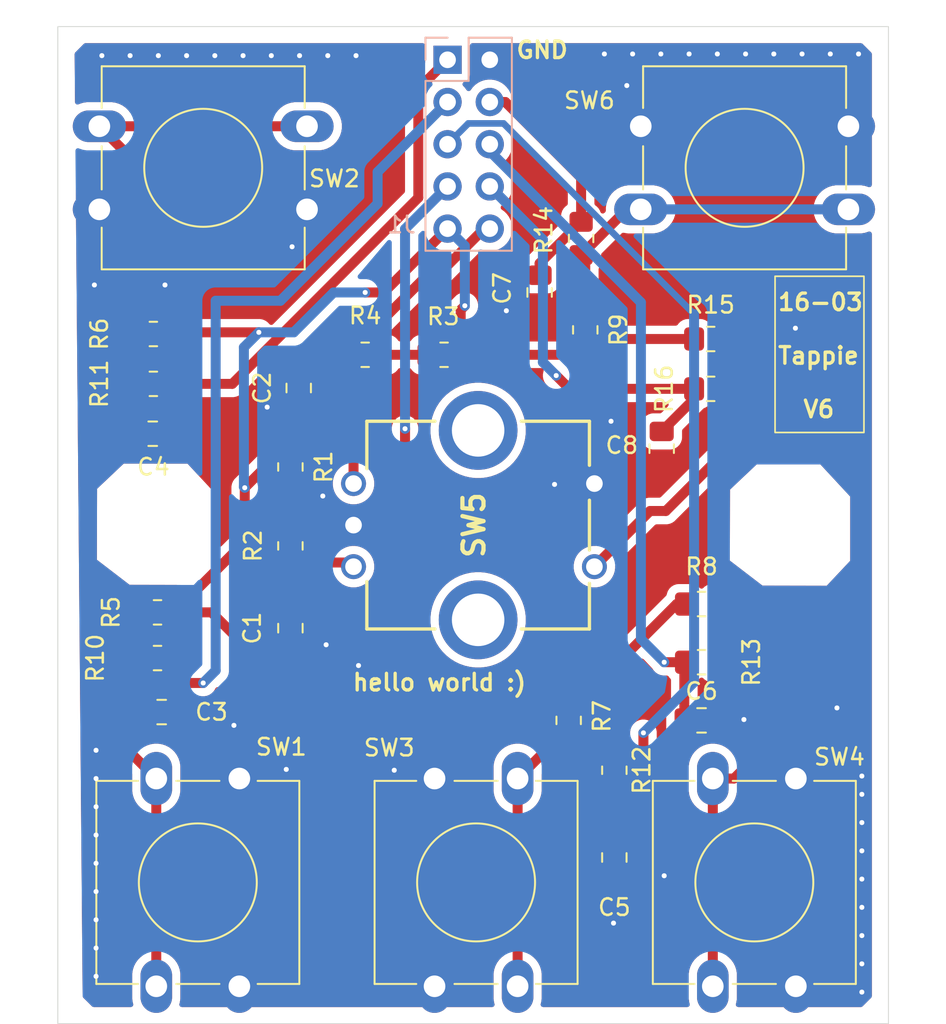
<source format=kicad_pcb>
(kicad_pcb (version 20241229) (generator "pcbnew") (generator_version "9.0")
  (title_block (comment 4 "AISLER Project ID: YIWGWVPE"))
  (layers (0 "F.Cu" signal) (2 "B.Cu" signal) (13 "F.Paste" user) (15 "B.Paste" user) (5 "F.SilkS" user "F.Silkscreen") (7 "B.SilkS" user "B.Silkscreen") (1 "F.Mask" user) (3 "B.Mask" user) (25 "Edge.Cuts" user))
  (net 0 "")
  (net 1 "Net-(R10-Pad1)")
  (net 2 "Net-(R11-Pad1)")
  (net 3 "Net-(R12-Pad1)")
  (net 4 "Net-(R13-Pad1)")
  (net 7 "Net-(R14-Pad1)")
  (net 8 "Net-(R1-Pad2)")
  (net 9 "Net-(R3-Pad2)")
  (net 10 "/5V")
  (net 11 "/GND")
  (net 12 "/SW1 Port")
  (net 13 "/SW2 Port")
  (net 14 "/SW3 Port")
  (net 15 "/SW4 Port")
  (net 16 "/SW6 Port")
  (net 17 "/B1 Port")
  (net 18 "/A1 Port")
  (net 19 "/Encode")
  (net 20 "Net-(SW5-NO)")
  (footprint "Resistor_SMD:R_0805_2012Metric_Pad1.20x1.40mm_HandSolder" (layer "F.Cu") (at 91.8 61.8)
    (property "Reference" "R15" (at 0 -2.05 180) (layer "F.SilkS"))
    (property "Value" "1K")
    (fp_line (start -0.227064 -0.735) (end 0.227064 -0.735) (stroke (width 0.12)) (layer "F.SilkS"))
    (fp_line (start -0.227064 0.735) (end 0.227064 0.735) (stroke (width 0.12)) (layer "F.SilkS"))
    (pad "1" smd roundrect (at -1 0) (size 1.2 1.4) (layers "F.Cu" "F.Mask" "F.Paste") (roundrect_rratio 0.208333) (net 10 "/5V"))
    (pad "2" smd roundrect (at 1 0) (size 1.2 1.4) (layers "F.Cu" "F.Mask" "F.Paste") (roundrect_rratio 0.208333) (net 20 "Net-(SW5-NO)"))
  )
  (footprint "Resistor_SMD:R_0805_2012Metric_Pad1.20x1.40mm_HandSolder" (layer "F.Cu") (at 91.25 77.75)
    (property "Reference" "R8" (at 0 -2.25 0) (layer "F.SilkS"))
    (property "Value" "1K")
    (fp_line (start -0.227064 -0.735) (end 0.227064 -0.735) (stroke (width 0.12)) (layer "F.SilkS"))
    (fp_line (start -0.227064 0.735) (end 0.227064 0.735) (stroke (width 0.12)) (layer "F.SilkS"))
    (pad "1" smd roundrect (at -1 0) (size 1.2 1.4) (layers "F.Cu" "F.Mask" "F.Paste") (roundrect_rratio 0.208333) (net 10 "/5V"))
    (pad "2" smd roundrect (at 1 0) (size 1.2 1.4) (layers "F.Cu" "F.Mask" "F.Paste") (roundrect_rratio 0.208333) (net 4 "Net-(R13-Pad1)"))
  )
  (footprint "Resistor_SMD:R_0805_2012Metric_Pad1.20x1.40mm_HandSolder" (layer "F.Cu") (at 66.5 74.25 -90)
    (property "Reference" "R2" (at 0 2.25 90) (layer "F.SilkS"))
    (property "Value" "10K")
    (fp_line (start -0.227064 0.735) (end 0.227064 0.735) (stroke (width 0.12)) (layer "F.SilkS"))
    (fp_line (start -0.227064 -0.735) (end 0.227064 -0.735) (stroke (width 0.12)) (layer "F.SilkS"))
    (pad "1" smd roundrect (at -1 0 270) (size 1.2 1.4) (layers "F.Cu" "F.Mask" "F.Paste") (roundrect_rratio 0.208333) (net 8 "Net-(R1-Pad2)"))
    (pad "2" smd roundrect (at 1 0 270) (size 1.2 1.4) (layers "F.Cu" "F.Mask" "F.Paste") (roundrect_rratio 0.208333) (net 17 "/B1 Port"))
  )
  (footprint "MountingHole:MountingHole_3.2mm_M3" (layer "F.Cu") (at 58.5 73)
    (property "Reference" "REF**" (hide yes))
    (property "Value" "MountingHole_3.2mm_M3")
    (pad "" np_thru_hole circle (at 0 0) (size 3.2 3.2) (drill 3.2) (layers "*.Cu" "*.Mask"))
  )
  (footprint "Resistor_SMD:R_0805_2012Metric_Pad1.20x1.40mm_HandSolder" (layer "F.Cu") (at 58.5 81)
    (property "Reference" "R10" (at -3.75 0 90) (layer "F.SilkS"))
    (property "Value" "10K")
    (fp_line (start -0.227064 -0.735) (end 0.227064 -0.735) (stroke (width 0.12)) (layer "F.SilkS"))
    (fp_line (start -0.227064 0.735) (end 0.227064 0.735) (stroke (width 0.12)) (layer "F.SilkS"))
    (pad "1" smd roundrect (at -1 0) (size 1.2 1.4) (layers "F.Cu" "F.Mask" "F.Paste") (roundrect_rratio 0.208333) (net 1 "Net-(R10-Pad1)"))
    (pad "2" smd roundrect (at 1 0) (size 1.2 1.4) (layers "F.Cu" "F.Mask" "F.Paste") (roundrect_rratio 0.208333) (net 12 "/SW1 Port"))
  )
  (footprint "Capacitor_SMD:C_0805_2012Metric_Pad1.18x1.45mm_HandSolder" (layer "F.Cu") (at 88.85 68.4 -90)
    (property "Reference" "C8" (at -0.2 2.4 0) (layer "F.SilkS"))
    (property "Value" "1μF")
    (fp_line (start -0.261252 0.735) (end 0.261252 0.735) (stroke (width 0.12)) (layer "F.SilkS"))
    (fp_line (start -0.261252 -0.735) (end 0.261252 -0.735) (stroke (width 0.12)) (layer "F.SilkS"))
    (pad "1" smd roundrect (at -1.0375 0 270) (size 1.175 1.45) (layers "F.Cu" "F.Mask" "F.Paste") (roundrect_rratio 0.212766) (net 19 "/Encode"))
    (pad "2" smd roundrect (at 1.0375 0 270) (size 1.175 1.45) (layers "F.Cu" "F.Mask" "F.Paste") (roundrect_rratio 0.212766) (net 11 "/GND"))
  )
  (footprint "Resistor_SMD:R_0805_2012Metric_Pad1.20x1.40mm_HandSolder" (layer "F.Cu") (at 91.8 64.8 180)
    (property "Reference" "R16" (at 2.8 0 90) (layer "F.SilkS"))
    (property "Value" "10K")
    (fp_line (start -0.227064 0.735) (end 0.227064 0.735) (stroke (width 0.12)) (layer "F.SilkS"))
    (fp_line (start -0.227064 -0.735) (end 0.227064 -0.735) (stroke (width 0.12)) (layer "F.SilkS"))
    (pad "1" smd roundrect (at -1 0 180) (size 1.2 1.4) (layers "F.Cu" "F.Mask" "F.Paste") (roundrect_rratio 0.208333) (net 20 "Net-(SW5-NO)"))
    (pad "2" smd roundrect (at 1 0 180) (size 1.2 1.4) (layers "F.Cu" "F.Mask" "F.Paste") (roundrect_rratio 0.208333) (net 19 "/Encode"))
  )
  (footprint "Capacitor_SMD:C_0805_2012Metric_Pad1.18x1.45mm_HandSolder" (layer "F.Cu") (at 91.25 84.75)
    (property "Reference" "C6" (at 0 -1.75 180) (layer "F.SilkS"))
    (property "Value" "1μF")
    (fp_line (start -0.261252 -0.735) (end 0.261252 -0.735) (stroke (width 0.12)) (layer "F.SilkS"))
    (fp_line (start -0.261252 0.735) (end 0.261252 0.735) (stroke (width 0.12)) (layer "F.SilkS"))
    (pad "1" smd roundrect (at -1.0375 0) (size 1.175 1.45) (layers "F.Cu" "F.Mask" "F.Paste") (roundrect_rratio 0.212766) (net 15 "/SW4 Port"))
    (pad "2" smd roundrect (at 1.0375 0) (size 1.175 1.45) (layers "F.Cu" "F.Mask" "F.Paste") (roundrect_rratio 0.212766) (net 11 "/GND"))
  )
  (footprint "Resistor_SMD:R_0805_2012Metric_Pad1.20x1.40mm_HandSolder" (layer "F.Cu") (at 86 87.75 -90)
    (property "Reference" "R12" (at 0 -1.65 90) (layer "F.SilkS"))
    (property "Value" "10K")
    (fp_line (start -0.227064 0.735) (end 0.227064 0.735) (stroke (width 0.12)) (layer "F.SilkS"))
    (fp_line (start -0.227064 -0.735) (end 0.227064 -0.735) (stroke (width 0.12)) (layer "F.SilkS"))
    (pad "1" smd roundrect (at -1 0 270) (size 1.2 1.4) (layers "F.Cu" "F.Mask" "F.Paste") (roundrect_rratio 0.208333) (net 3 "Net-(R12-Pad1)"))
    (pad "2" smd roundrect (at 1 0 270) (size 1.2 1.4) (layers "F.Cu" "F.Mask" "F.Paste") (roundrect_rratio 0.208333) (net 14 "/SW3 Port"))
  )
  (footprint "Resistor_SMD:R_0805_2012Metric_Pad1.20x1.40mm_HandSolder" (layer "F.Cu") (at 58.25 64.5)
    (property "Reference" "R11" (at -3.25 0 90) (layer "F.SilkS"))
    (property "Value" "10K")
    (fp_line (start -0.227064 -0.735) (end 0.227064 -0.735) (stroke (width 0.12)) (layer "F.SilkS"))
    (fp_line (start -0.227064 0.735) (end 0.227064 0.735) (stroke (width 0.12)) (layer "F.SilkS"))
    (pad "1" smd roundrect (at -1 0) (size 1.2 1.4) (layers "F.Cu" "F.Mask" "F.Paste") (roundrect_rratio 0.208333) (net 2 "Net-(R11-Pad1)"))
    (pad "2" smd roundrect (at 1 0) (size 1.2 1.4) (layers "F.Cu" "F.Mask" "F.Paste") (roundrect_rratio 0.208333) (net 13 "/SW2 Port"))
  )
  (footprint "Resistor_SMD:R_0805_2012Metric_Pad1.20x1.40mm_HandSolder" (layer "F.Cu") (at 83.25 84.75 -90)
    (property "Reference" "R7" (at -0.25 -2 90) (layer "F.SilkS"))
    (property "Value" "1K")
    (fp_line (start -0.227064 0.735) (end 0.227064 0.735) (stroke (width 0.12)) (layer "F.SilkS"))
    (fp_line (start -0.227064 -0.735) (end 0.227064 -0.735) (stroke (width 0.12)) (layer "F.SilkS"))
    (pad "1" smd roundrect (at -1 0 270) (size 1.2 1.4) (layers "F.Cu" "F.Mask" "F.Paste") (roundrect_rratio 0.208333) (net 10 "/5V"))
    (pad "2" smd roundrect (at 1 0 270) (size 1.2 1.4) (layers "F.Cu" "F.Mask" "F.Paste") (roundrect_rratio 0.208333) (net 3 "Net-(R12-Pad1)"))
  )
  (footprint "SamacSys_Parts:SW_PUSH-12mm3D" (layer "F.Cu") (at 58.426751 100.75 90)
    (property "Reference" "SW1" (at 14.4 7.523249 0) (layer "F.SilkS"))
    (property "Value" "SW_Push")
    (fp_line (start 12.36 -3.61) (end 12.36 -1.1) (stroke (width 0.12)) (layer "F.SilkS"))
    (fp_line (start 0.14 -3.61) (end 12.36 -3.61) (stroke (width 0.12)) (layer "F.SilkS"))
    (fp_line (start 0.14 -3.61) (end 0.14 -1.1) (stroke (width 0.12)) (layer "F.SilkS"))
    (fp_line (start 12.36 1.2) (end 12.36 3.8) (stroke (width 0.12)) (layer "F.SilkS"))
    (fp_line (start 0.14 1.2) (end 0.14 3.8) (stroke (width 0.12)) (layer "F.SilkS"))
    (fp_line (start 12.36 6.1) (end 12.36 8.61) (stroke (width 0.12)) (layer "F.SilkS"))
    (fp_line (start 0.14 6.1) (end 0.14 8.61) (stroke (width 0.12)) (layer "F.SilkS"))
    (fp_line (start 12.36 8.61) (end 0.14 8.61) (stroke (width 0.12)) (layer "F.SilkS"))
    (fp_circle (center 6.25 2.5) (end 9.8 2.5) (stroke (width 0.12)) (fill no) (layer "F.SilkS"))
    (pad "1" thru_hole oval (at 0 0 90) (size 3.2 1.9) (drill 1.3) (layers "*.Cu" "*.Mask") (net 1 "Net-(R10-Pad1)"))
    (pad "1" thru_hole oval (at 12.5 0 90) (size 3.2 1.9) (drill 1.3) (layers "*.Cu" "*.Mask") (net 1 "Net-(R10-Pad1)"))
    (pad "2" thru_hole oval (at 0 5 90) (size 3.2 1.9) (drill 1.3) (layers "*.Cu" "*.Mask") (net 11 "/GND"))
    (pad "2" thru_hole oval (at 12.5 5 90) (size 3.2 1.9) (drill 1.3) (layers "*.Cu" "*.Mask") (net 11 "/GND"))
  )
  (footprint "SamacSys_Parts:SW_PUSH-12mm3D" (layer "F.Cu") (at 55 49)
    (property "Reference" "SW2" (at 14.15 3.15 180) (layer "F.SilkS"))
    (property "Value" "SW_Push" (hide yes))
    (fp_line (start 0.14 -3.61) (end 0.14 -1.1) (stroke (width 0.12)) (layer "F.SilkS"))
    (fp_line (start 0.14 -3.61) (end 12.36 -3.61) (stroke (width 0.12)) (layer "F.SilkS"))
    (fp_line (start 0.14 1.2) (end 0.14 3.8) (stroke (width 0.12)) (layer "F.SilkS"))
    (fp_line (start 0.14 6.1) (end 0.14 8.61) (stroke (width 0.12)) (layer "F.SilkS"))
    (fp_line (start 12.36 -3.61) (end 12.36 -1.1) (stroke (width 0.12)) (layer "F.SilkS"))
    (fp_line (start 12.36 1.2) (end 12.36 3.8) (stroke (width 0.12)) (layer "F.SilkS"))
    (fp_line (start 12.36 6.1) (end 12.36 8.61) (stroke (width 0.12)) (layer "F.SilkS"))
    (fp_line (start 12.36 8.61) (end 0.14 8.61) (stroke (width 0.12)) (layer "F.SilkS"))
    (fp_circle (center 6.25 2.5) (end 9.8 2.5) (stroke (width 0.12)) (fill no) (layer "F.SilkS"))
    (pad "1" thru_hole oval (at 0 0) (size 3.2 1.9) (drill 1.3) (layers "*.Cu" "*.Mask") (net 2 "Net-(R11-Pad1)"))
    (pad "1" thru_hole oval (at 12.5 0) (size 3.2 1.9) (drill 1.3) (layers "*.Cu" "*.Mask") (net 2 "Net-(R11-Pad1)"))
    (pad "2" thru_hole oval (at 0 5) (size 3.2 1.9) (drill 1.3) (layers "*.Cu" "*.Mask") (net 11 "/GND"))
    (pad "2" thru_hole oval (at 12.5 5) (size 3.2 1.9) (drill 1.3) (layers "*.Cu" "*.Mask") (net 11 "/GND"))
  )
  (footprint "Capacitor_SMD:C_0805_2012Metric_Pad1.18x1.45mm_HandSolder" (layer "F.Cu") (at 58.75 84.25 180)
    (property "Reference" "C3" (at -3 0 0) (layer "F.SilkS"))
    (property "Value" "1μF")
    (fp_line (start -0.261252 0.735) (end 0.261252 0.735) (stroke (width 0.12)) (layer "F.SilkS"))
    (fp_line (start -0.261252 -0.735) (end 0.261252 -0.735) (stroke (width 0.12)) (layer "F.SilkS"))
    (pad "1" smd roundrect (at -1.0375 0 180) (size 1.175 1.45) (layers "F.Cu" "F.Mask" "F.Paste") (roundrect_rratio 0.212766) (net 12 "/SW1 Port"))
    (pad "2" smd roundrect (at 1.0375 0 180) (size 1.175 1.45) (layers "F.Cu" "F.Mask" "F.Paste") (roundrect_rratio 0.212766) (net 11 "/GND"))
  )
  (footprint "Resistor_SMD:R_0805_2012Metric_Pad1.20x1.40mm_HandSolder" (layer "F.Cu") (at 84 55.75 90)
    (property "Reference" "R14" (at 0.5 -2.25 270) (layer "F.SilkS"))
    (property "Value" "10K")
    (fp_line (start -0.227064 -0.735) (end 0.227064 -0.735) (stroke (width 0.12)) (layer "F.SilkS"))
    (fp_line (start -0.227064 0.735) (end 0.227064 0.735) (stroke (width 0.12)) (layer "F.SilkS"))
    (pad "1" smd roundrect (at -1 0 90) (size 1.2 1.4) (layers "F.Cu" "F.Mask" "F.Paste") (roundrect_rratio 0.208333) (net 7 "Net-(R14-Pad1)"))
    (pad "2" smd roundrect (at 1 0 90) (size 1.2 1.4) (layers "F.Cu" "F.Mask" "F.Paste") (roundrect_rratio 0.208333) (net 16 "/SW6 Port"))
  )
  (footprint "SamacSys_Parts:PEC11R4215FS0024" (layer "F.Cu") (at 84.799846 70.5 -90)
    (property "Reference" "SW5" (at 2.5 7.25 270) (layer "F.SilkS") (effects (font (size 1.27 1.27) (thickness 0.254))))
    (property "Value" "RotaryEncoder_Switch_MP" (hide yes))
    (fp_line (start -3.75 13.7) (end -0.9 13.7) (stroke (width 0.2)) (layer "F.SilkS"))
    (fp_line (start 5.9 13.7) (end 8.75 13.7) (stroke (width 0.2)) (layer "F.SilkS"))
    (fp_line (start 8.75 13.7) (end 8.75 9.6) (stroke (width 0.2)) (layer "F.SilkS"))
    (fp_line (start -3.75 9.6) (end -3.75 13.7) (stroke (width 0.2)) (layer "F.SilkS"))
    (fp_line (start 8.75 4.4) (end 8.75 0.3) (stroke (width 0.2)) (layer "F.SilkS"))
    (fp_line (start -3.75 0.3) (end -3.75 4.4) (stroke (width 0.2)) (layer "F.SilkS"))
    (fp_line (start -1.1 0.3) (end -3.75 0.3) (stroke (width 0.2)) (layer "F.SilkS"))
    (fp_line (start 4 0.3) (end 1 0.3) (stroke (width 0.2)) (layer "F.SilkS"))
    (fp_line (start 8.75 0.3) (end 6 0.3) (stroke (width 0.2)) (layer "F.SilkS"))
    (pad "1" thru_hole rect (at 0 0 270) (size 1.5 1.5) (drill 1) (layers "*.Cu" "*.Mask") (net 11 "/GND"))
    (pad "2" thru_hole circle (at 5 0 270) (size 1.5 1.5) (drill 1) (layers "*.Cu" "*.Mask") (net 20 "Net-(SW5-NO)"))
    (pad "A1" thru_hole circle (at 0 14.5 270) (size 1.5 1.5) (drill 1) (layers "*.Cu" "*.Mask") (net 18 "/A1 Port"))
    (pad "B1" thru_hole circle (at 5 14.5 270) (size 1.5 1.5) (drill 1) (layers "*.Cu" "*.Mask") (net 17 "/B1 Port"))
    (pad "C1" thru_hole circle (at 2.5 14.5 270) (size 1.5 1.5) (drill 1) (layers "*.Cu" "*.Mask") (net 11 "/GND"))
    (pad "MH1" thru_hole circle (at -3.2 7 270) (size 4.74 4.74) (drill 3.16) (layers "*.Cu" "*.Mask"))
    (pad "MH2" thru_hole circle (at 8.2 7 270) (size 4.74 4.74) (drill 3.16) (layers "*.Cu" "*.Mask"))
  )
  (footprint "SamacSys_Parts:SW_PUSH-12mm3D" (layer "F.Cu") (at 91.926751 100.75 90)
    (property "Reference" "SW4" (at 13.8 7.623249 180) (layer "F.SilkS"))
    (property "Value" "SW_Push")
    (fp_line (start 12.36 -3.61) (end 12.36 -1.1) (stroke (width 0.12)) (layer "F.SilkS"))
    (fp_line (start 0.14 -3.61) (end 12.36 -3.61) (stroke (width 0.12)) (layer "F.SilkS"))
    (fp_line (start 0.14 -3.61) (end 0.14 -1.1) (stroke (width 0.12)) (layer "F.SilkS"))
    (fp_line (start 12.36 1.2) (end 12.36 3.8) (stroke (width 0.12)) (layer "F.SilkS"))
    (fp_line (start 0.14 1.2) (end 0.14 3.8) (stroke (width 0.12)) (layer "F.SilkS"))
    (fp_line (start 12.36 6.1) (end 12.36 8.61) (stroke (width 0.12)) (layer "F.SilkS"))
    (fp_line (start 0.14 6.1) (end 0.14 8.61) (stroke (width 0.12)) (layer "F.SilkS"))
    (fp_line (start 12.36 8.61) (end 0.14 8.61) (stroke (width 0.12)) (layer "F.SilkS"))
    (fp_circle (center 6.25 2.5) (end 9.8 2.5) (stroke (width 0.12)) (fill no) (layer "F.SilkS"))
    (pad "1" thru_hole oval (at 0 0 90) (size 3.2 1.9) (drill 1.3) (layers "*.Cu" "*.Mask") (net 4 "Net-(R13-Pad1)"))
    (pad "1" thru_hole oval (at 12.5 0 90) (size 3.2 1.9) (drill 1.3) (layers "*.Cu" "*.Mask") (net 4 "Net-(R13-Pad1)"))
    (pad "2" thru_hole oval (at 0 5 90) (size 3.2 1.9) (drill 1.3) (layers "*.Cu" "*.Mask") (net 11 "/GND"))
    (pad "2" thru_hole oval (at 12.5 5 90) (size 3.2 1.9) (drill 1.3) (layers "*.Cu" "*.Mask") (net 11 "/GND"))
  )
  (footprint "Capacitor_SMD:C_0805_2012Metric_Pad1.18x1.45mm_HandSolder" (layer "F.Cu") (at 81.5 59 -90)
    (property "Reference" "C7" (at -0.25 2.25 90) (layer "F.SilkS"))
    (property "Value" "1μF")
    (fp_line (start -0.261252 0.735) (end 0.261252 0.735) (stroke (width 0.12)) (layer "F.SilkS"))
    (fp_line (start -0.261252 -0.735) (end 0.261252 -0.735) (stroke (width 0.12)) (layer "F.SilkS"))
    (pad "1" smd roundrect (at -1.0375 0 270) (size 1.175 1.45) (layers "F.Cu" "F.Mask" "F.Paste") (roundrect_rratio 0.212766) (net 16 "/SW6 Port"))
    (pad "2" smd roundrect (at 1.0375 0 270) (size 1.175 1.45) (layers "F.Cu" "F.Mask" "F.Paste") (roundrect_rratio 0.212766) (net 11 "/GND"))
  )
  (footprint "Capacitor_SMD:C_0805_2012Metric_Pad1.18x1.45mm_HandSolder" (layer "F.Cu") (at 58.2125 67.5 180)
    (property "Reference" "C4" (at -0.0375 -2 180) (layer "F.SilkS"))
    (property "Value" "1μF")
    (fp_line (start -0.261252 0.735) (end 0.261252 0.735) (stroke (width 0.12)) (layer "F.SilkS"))
    (fp_line (start -0.261252 -0.735) (end 0.261252 -0.735) (stroke (width 0.12)) (layer "F.SilkS"))
    (pad "1" smd roundrect (at -1.0375 0 180) (size 1.175 1.45) (layers "F.Cu" "F.Mask" "F.Paste") (roundrect_rratio 0.212766) (net 13 "/SW2 Port"))
    (pad "2" smd roundrect (at 1.0375 0 180) (size 1.175 1.45) (layers "F.Cu" "F.Mask" "F.Paste") (roundrect_rratio 0.212766) (net 11 "/GND"))
  )
  (footprint "Resistor_SMD:R_0805_2012Metric_Pad1.20x1.40mm_HandSolder" (layer "F.Cu") (at 75.75 62.75 180)
    (property "Reference" "R3" (at 0.05 2.3 0) (layer "F.SilkS"))
    (property "Value" "10K")
    (fp_line (start -0.227064 0.735) (end 0.227064 0.735) (stroke (width 0.12)) (layer "F.SilkS"))
    (fp_line (start -0.227064 -0.735) (end 0.227064 -0.735) (stroke (width 0.12)) (layer "F.SilkS"))
    (pad "1" smd roundrect (at -1 0 180) (size 1.2 1.4) (layers "F.Cu" "F.Mask" "F.Paste") (roundrect_rratio 0.208333) (net 10 "/5V"))
    (pad "2" smd roundrect (at 1 0 180) (size 1.2 1.4) (layers "F.Cu" "F.Mask" "F.Paste") (roundrect_rratio 0.208333) (net 9 "Net-(R3-Pad2)"))
  )
  (footprint "SamacSys_Parts:SW_PUSH-12mm3D" (layer "F.Cu") (at 80.176751 88.25 -90)
    (property "Reference" "SW3" (at -1.85 7.726751 0) (layer "F.SilkS"))
    (property "Value" "SW_Push")
    (fp_line (start 12.36 8.61) (end 0.14 8.61) (stroke (width 0.12)) (layer "F.SilkS"))
    (fp_line (start 0.14 6.1) (end 0.14 8.61) (stroke (width 0.12)) (layer "F.SilkS"))
    (fp_line (start 12.36 6.1) (end 12.36 8.61) (stroke (width 0.12)) (layer "F.SilkS"))
    (fp_line (start 0.14 1.2) (end 0.14 3.8) (stroke (width 0.12)) (layer "F.SilkS"))
    (fp_line (start 12.36 1.2) (end 12.36 3.8) (stroke (width 0.12)) (layer "F.SilkS"))
    (fp_line (start 0.14 -3.61) (end 0.14 -1.1) (stroke (width 0.12)) (layer "F.SilkS"))
    (fp_line (start 0.14 -3.61) (end 12.36 -3.61) (stroke (width 0.12)) (layer "F.SilkS"))
    (fp_line (start 12.36 -3.61) (end 12.36 -1.1) (stroke (width 0.12)) (layer "F.SilkS"))
    (fp_circle (center 6.25 2.5) (end 9.8 2.5) (stroke (width 0.12)) (fill no) (layer "F.SilkS"))
    (pad "1" thru_hole oval (at 0 0 270) (size 3.2 1.9) (drill 1.3) (layers "*.Cu" "*.Mask") (net 3 "Net-(R12-Pad1)"))
    (pad "1" thru_hole oval (at 12.5 0 270) (size 3.2 1.9) (drill 1.3) (layers "*.Cu" "*.Mask") (net 3 "Net-(R12-Pad1)"))
    (pad "2" thru_hole oval (at 0 5 270) (size 3.2 1.9) (drill 1.3) (layers "*.Cu" "*.Mask") (net 11 "/GND"))
    (pad "2" thru_hole oval (at 12.5 5 270) (size 3.2 1.9) (drill 1.3) (layers "*.Cu" "*.Mask") (net 11 "/GND"))
  )
  (footprint "SamacSys_Parts:SW_PUSH-12mm3D" (layer "F.Cu") (at 87.590441 49)
    (property "Reference" "SW6" (at -3.090441 -1.55 0) (layer "F.SilkS"))
    (property "Value" "SW_Push" (hide yes))
    (fp_line (start 0.14 -3.61) (end 0.14 -1.1) (stroke (width 0.12)) (layer "F.SilkS"))
    (fp_line (start 0.14 -3.61) (end 12.36 -3.61) (stroke (width 0.12)) (layer "F.SilkS"))
    (fp_line (start 0.14 1.2) (end 0.14 3.8) (stroke (width 0.12)) (layer "F.SilkS"))
    (fp_line (start 0.14 6.1) (end 0.14 8.61) (stroke (width 0.12)) (layer "F.SilkS"))
    (fp_line (start 12.36 -3.61) (end 12.36 -1.1) (stroke (width 0.12)) (layer "F.SilkS"))
    (fp_line (start 12.36 1.2) (end 12.36 3.8) (stroke (width 0.12)) (layer "F.SilkS"))
    (fp_line (start 12.36 6.1) (end 12.36 8.61) (stroke (width 0.12)) (layer "F.SilkS"))
    (fp_line (start 12.36 8.61) (end 0.14 8.61) (stroke (width 0.12)) (layer "F.SilkS"))
    (fp_circle (center 6.25 2.5) (end 9.8 2.5) (stroke (width 0.12)) (fill no) (layer "F.SilkS"))
    (pad "1" thru_hole oval (at 0 0) (size 3.2 1.9) (drill 1.3) (layers "*.Cu" "*.Mask") (net 11 "/GND"))
    (pad "1" thru_hole oval (at 12.5 0) (size 3.2 1.9) (drill 1.3) (layers "*.Cu" "*.Mask") (net 11 "/GND"))
    (pad "2" thru_hole oval (at 0 5) (size 3.2 1.9) (drill 1.3) (layers "*.Cu" "*.Mask") (net 7 "Net-(R14-Pad1)"))
    (pad "2" thru_hole oval (at 12.5 5) (size 3.2 1.9) (drill 1.3) (layers "*.Cu" "*.Mask") (net 7 "Net-(R14-Pad1)"))
  )
  (footprint "Resistor_SMD:R_0805_2012Metric_Pad1.20x1.40mm_HandSolder" (layer "F.Cu") (at 71 62.75 180)
    (property "Reference" "R4" (at 0 2.35 0) (layer "F.SilkS"))
    (property "Value" "10K")
    (fp_line (start -0.227064 0.735) (end 0.227064 0.735) (stroke (width 0.12)) (layer "F.SilkS"))
    (fp_line (start -0.227064 -0.735) (end 0.227064 -0.735) (stroke (width 0.12)) (layer "F.SilkS"))
    (pad "1" smd roundrect (at -1 0 180) (size 1.2 1.4) (layers "F.Cu" "F.Mask" "F.Paste") (roundrect_rratio 0.208333) (net 9 "Net-(R3-Pad2)"))
    (pad "2" smd roundrect (at 1 0 180) (size 1.2 1.4) (layers "F.Cu" "F.Mask" "F.Paste") (roundrect_rratio 0.208333) (net 18 "/A1 Port"))
  )
  (footprint "Resistor_SMD:R_0805_2012Metric_Pad1.20x1.40mm_HandSolder" (layer "F.Cu") (at 66.5 69.5 -90)
    (property "Reference" "R1" (at 0 -2 90) (layer "F.SilkS"))
    (property "Value" "10K")
    (fp_line (start -0.227064 0.735) (end 0.227064 0.735) (stroke (width 0.12)) (layer "F.SilkS"))
    (fp_line (start -0.227064 -0.735) (end 0.227064 -0.735) (stroke (width 0.12)) (layer "F.SilkS"))
    (pad "1" smd roundrect (at -1 0 270) (size 1.2 1.4) (layers "F.Cu" "F.Mask" "F.Paste") (roundrect_rratio 0.208333) (net 10 "/5V"))
    (pad "2" smd roundrect (at 1 0 270) (size 1.2 1.4) (layers "F.Cu" "F.Mask" "F.Paste") (roundrect_rratio 0.208333) (net 8 "Net-(R1-Pad2)"))
  )
  (footprint "MountingHole:MountingHole_3.2mm_M3" (layer "F.Cu") (at 96.5 73)
    (property "Reference" "REF**" (hide yes))
    (property "Value" "MountingHole_3.2mm_M3")
    (pad "" np_thru_hole circle (at 0 0) (size 3.2 3.2) (drill 3.2) (layers "*.Cu" "*.Mask"))
  )
  (footprint "Resistor_SMD:R_0805_2012Metric_Pad1.20x1.40mm_HandSolder" (layer "F.Cu") (at 58.5 78.25)
    (property "Reference" "R5" (at -2.8 0 90) (layer "F.SilkS"))
    (property "Value" "1K")
    (fp_line (start -0.227064 -0.735) (end 0.227064 -0.735) (stroke (width 0.12)) (layer "F.SilkS"))
    (fp_line (start -0.227064 0.735) (end 0.227064 0.735) (stroke (width 0.12)) (layer "F.SilkS"))
    (pad "1" smd roundrect (at -1 0) (size 1.2 1.4) (layers "F.Cu" "F.Mask" "F.Paste") (roundrect_rratio 0.208333) (net 1 "Net-(R10-Pad1)"))
    (pad "2" smd roundrect (at 1 0) (size 1.2 1.4) (layers "F.Cu" "F.Mask" "F.Paste") (roundrect_rratio 0.208333) (net 10 "/5V"))
  )
  (footprint "Resistor_SMD:R_0805_2012Metric_Pad1.20x1.40mm_HandSolder" (layer "F.Cu") (at 84.25 61.25 90)
    (property "Reference" "R9" (at 0 2 90) (layer "F.SilkS"))
    (property "Value" "1K")
    (fp_line (start -0.227064 -0.735) (end 0.227064 -0.735) (stroke (width 0.12)) (layer "F.SilkS"))
    (fp_line (start -0.227064 0.735) (end 0.227064 0.735) (stroke (width 0.12)) (layer "F.SilkS"))
    (pad "1" smd roundrect (at -1 0 90) (size 1.2 1.4) (layers "F.Cu" "F.Mask" "F.Paste") (roundrect_rratio 0.208333) (net 10 "/5V"))
    (pad "2" smd roundrect (at 1 0 90) (size 1.2 1.4) (layers "F.Cu" "F.Mask" "F.Paste") (roundrect_rratio 0.208333) (net 7 "Net-(R14-Pad1)"))
  )
  (footprint "Capacitor_SMD:C_0805_2012Metric_Pad1.18x1.45mm_HandSolder" (layer "F.Cu") (at 86 93 -90)
    (property "Reference" "C5" (at 3 0 180) (layer "F.SilkS"))
    (property "Value" "1μF")
    (fp_line (start -0.261252 0.735) (end 0.261252 0.735) (stroke (width 0.12)) (layer "F.SilkS"))
    (fp_line (start -0.261252 -0.735) (end 0.261252 -0.735) (stroke (width 0.12)) (layer "F.SilkS"))
    (pad "1" smd roundrect (at -1.0375 0 270) (size 1.175 1.45) (layers "F.Cu" "F.Mask" "F.Paste") (roundrect_rratio 0.212766) (net 14 "/SW3 Port"))
    (pad "2" smd roundrect (at 1.0375 0 270) (size 1.175 1.45) (layers "F.Cu" "F.Mask" "F.Paste") (roundrect_rratio 0.212766) (net 11 "/GND"))
  )
  (footprint "Resistor_SMD:R_0805_2012Metric_Pad1.20x1.40mm_HandSolder" (layer "F.Cu") (at 91.25 81.25 180)
    (property "Reference" "R13" (at -3 0 90) (layer "F.SilkS"))
    (property "Value" "10K")
    (fp_line (start -0.227064 0.735) (end 0.227064 0.735) (stroke (width 0.12)) (layer "F.SilkS"))
    (fp_line (start -0.227064 -0.735) (end 0.227064 -0.735) (stroke (width 0.12)) (layer "F.SilkS"))
    (pad "1" smd roundrect (at -1 0 180) (size 1.2 1.4) (layers "F.Cu" "F.Mask" "F.Paste") (roundrect_rratio 0.208333) (net 4 "Net-(R13-Pad1)"))
    (pad "2" smd roundrect (at 1 0 180) (size 1.2 1.4) (layers "F.Cu" "F.Mask" "F.Paste") (roundrect_rratio 0.208333) (net 15 "/SW4 Port"))
  )
  (footprint "Capacitor_SMD:C_0805_2012Metric_Pad1.18x1.45mm_HandSolder" (layer "F.Cu") (at 66.5 79.2 90)
    (property "Reference" "C1" (at 0 -2.3 90) (layer "F.SilkS"))
    (property "Value" "10nF")
    (fp_line (start -0.261252 -0.735) (end 0.261252 -0.735) (stroke (width 0.12)) (layer "F.SilkS"))
    (fp_line (start -0.261252 0.735) (end 0.261252 0.735) (stroke (width 0.12)) (layer "F.SilkS"))
    (pad "1" smd roundrect (at -1.0375 0 90) (size 1.175 1.45) (layers "F.Cu" "F.Mask" "F.Paste") (roundrect_rratio 0.212766) (net 11 "/GND"))
    (pad "2" smd roundrect (at 1.0375 0 90) (size 1.175 1.45) (layers "F.Cu" "F.Mask" "F.Paste") (roundrect_rratio 0.212766) (net 17 "/B1 Port"))
  )
  (footprint "Capacitor_SMD:C_0805_2012Metric_Pad1.18x1.45mm_HandSolder" (layer "F.Cu") (at 67 64.75 -90)
    (property "Reference" "C2" (at 0 2.2 90) (layer "F.SilkS"))
    (property "Value" "10nF")
    (fp_line (start -0.261252 0.735) (end 0.261252 0.735) (stroke (width 0.12)) (layer "F.SilkS"))
    (fp_line (start -0.261252 -0.735) (end 0.261252 -0.735) (stroke (width 0.12)) (layer "F.SilkS"))
    (pad "1" smd roundrect (at -1.0375 0 270) (size 1.175 1.45) (layers "F.Cu" "F.Mask" "F.Paste") (roundrect_rratio 0.212766) (net 18 "/A1 Port"))
    (pad "2" smd roundrect (at 1.0375 0 270) (size 1.175 1.45) (layers "F.Cu" "F.Mask" "F.Paste") (roundrect_rratio 0.212766) (net 11 "/GND"))
  )
  (footprint "Resistor_SMD:R_0805_2012Metric_Pad1.20x1.40mm_HandSolder" (layer "F.Cu") (at 58.25 61.5 180)
    (property "Reference" "R6" (at 3.25 0 90) (layer "F.SilkS"))
    (property "Value" "1K")
    (fp_line (start -0.227064 0.735) (end 0.227064 0.735) (stroke (width 0.12)) (layer "F.SilkS"))
    (fp_line (start -0.227064 -0.735) (end 0.227064 -0.735) (stroke (width 0.12)) (layer "F.SilkS"))
    (pad "1" smd roundrect (at -1 0 180) (size 1.2 1.4) (layers "F.Cu" "F.Mask" "F.Paste") (roundrect_rratio 0.208333) (net 10 "/5V"))
    (pad "2" smd roundrect (at 1 0 180) (size 1.2 1.4) (layers "F.Cu" "F.Mask" "F.Paste") (roundrect_rratio 0.208333) (net 2 "Net-(R11-Pad1)"))
  )
  (footprint "Connector_PinHeader_2.54mm:PinHeader_2x05_P2.54mm_Vertical" (layer "B.Cu") (at 78.96 45 180)
    (property "Reference" "J1" (at 5.775 -9.925 0) (layer "B.SilkS") (effects (justify mirror)))
    (property "Value" "HeaderPins")
    (fp_line (start 4.33 1.33) (end 3 1.33) (stroke (width 0.12)) (layer "B.SilkS"))
    (fp_line (start 4.33 0) (end 4.33 1.33) (stroke (width 0.12)) (layer "B.SilkS"))
    (fp_line (start 4.33 -1.27) (end 4.33 -11.49) (stroke (width 0.12)) (layer "B.SilkS"))
    (fp_line (start 4.33 -1.27) (end 1.73 -1.27) (stroke (width 0.12)) (layer "B.SilkS"))
    (fp_line (start 4.33 -11.49) (end -0.87 -11.49) (stroke (width 0.12)) (layer "B.SilkS"))
    (fp_line (start 1.73 1.33) (end -0.87 1.33) (stroke (width 0.12)) (layer "B.SilkS"))
    (fp_line (start 1.73 -1.27) (end 1.73 1.33) (stroke (width 0.12)) (layer "B.SilkS"))
    (fp_line (start -0.87 1.33) (end -0.87 -11.49) (stroke (width 0.12)) (layer "B.SilkS"))
    (pad "1" thru_hole rect (at 3 0 180) (size 1.7 1.7) (drill 1) (layers "*.Cu" "*.Mask") (net 13 "/SW2 Port"))
    (pad "2" thru_hole oval (at 0.46 0 180) (size 1.7 1.7) (drill 1) (layers "*.Cu" "*.Mask") (net 11 "/GND"))
    (pad "3" thru_hole oval (at 3 -2.54 180) (size 1.7 1.7) (drill 1) (layers "*.Cu" "*.Mask") (net 12 "/SW1 Port"))
    (pad "4" thru_hole oval (at 0.46 -2.54 180) (size 1.7 1.7) (drill 1) (layers "*.Cu" "*.Mask") (net 16 "/SW6 Port"))
    (pad "5" thru_hole oval (at 3 -5.08 180) (size 1.7 1.7) (drill 1) (layers "*.Cu" "*.Mask") (net 14 "/SW3 Port"))
    (pad "6" thru_hole oval (at 0.46 -5.08 180) (size 1.7 1.7) (drill 1) (layers "*.Cu" "*.Mask") (net 15 "/SW4 Port"))
    (pad "7" thru_hole oval (at 3 -7.62 180) (size 1.7 1.7) (drill 1) (layers "*.Cu" "*.Mask") (net 17 "/B1 Port"))
    (pad "8" thru_hole oval (at 0.46 -7.62 180) (size 1.7 1.7) (drill 1) (layers "*.Cu" "*.Mask") (net 19 "/Encode"))
    (pad "9" thru_hole oval (at 3 -10.16 180) (size 1.7 1.7) (drill 1) (layers "*.Cu" "*.Mask") (net 10 "/5V"))
    (pad "10" thru_hole oval (at 0.46 -10.16 180) (size 1.7 1.7) (drill 1) (layers "*.Cu" "*.Mask") (net 18 "/A1 Port"))
  )
  (gr_rect (start 95.675 58.026056) (end 101.025 67.426056) (stroke (width 0.1)) (fill no) (layer "F.SilkS"))
  (gr_rect (start 52.5 43) (end 102.5 103) (stroke (width 0.05)) (fill no) (layer "Edge.Cuts"))
  (gr_text "16-03\n\nTappie\n\n  V6" (at 95.751191 66.609944 0) (layer "F.SilkS") (effects (font (size 1 1) (thickness 0.2) (bold yes)) (justify left bottom)))
  (gr_text "hello world :)" (at 70.15 83.05 0) (layer "F.SilkS") (effects (font (size 1 1) (thickness 0.2) (bold yes)) (justify left bottom)))
  (gr_text "GND" (at 80 45 0) (layer "F.SilkS") (effects (font (size 1 1) (thickness 0.2) (bold yes)) (justify left bottom)))
  (segment (start 58.426751 88.25) (end 58.426751 100.75) (width 0.6) (layer "F.Cu") (net 1))
  (segment (start 55.5 85.323249) (end 58.426751 88.25) (width 0.6) (layer "F.Cu") (net 1))
  (segment (start 57.5 80.75) (end 57.5 78.25) (width 0.6) (layer "F.Cu") (net 1))
  (segment (start 57.25 81.25) (end 55.5 83) (width 0.6) (layer "F.Cu") (net 1))
  (segment (start 55.5 83) (end 55.5 85.323249) (width 0.6) (layer "F.Cu") (net 1))
  (segment (start 57.25 51.25) (end 55 49) (width 0.6) (layer "F.Cu") (net 2))
  (segment (start 57.25 61.25) (end 57.25 51.25) (width 0.6) (layer "F.Cu") (net 2))
  (segment (start 67.5 49) (end 55 49) (width 0.6) (layer "F.Cu") (net 2))
  (segment (start 57.25 65) (end 57.25 61.5) (width 0.6) (layer "F.Cu") (net 2))
  (segment (start 80.176751 88.25) (end 80.176751 100.75) (width 0.6) (layer "F.Cu") (net 3))
  (segment (start 85 85.75) (end 86 86.75) (width 0.6) (layer "F.Cu") (net 3))
  (segment (start 83.75 85.75) (end 85 85.75) (width 0.6) (layer "F.Cu") (net 3))
  (segment (start 82.676751 85.75) (end 80.176751 88.25) (width 0.6) (layer "F.Cu") (net 3))
  (segment (start 83.75 85.75) (end 82.676751 85.75) (width 0.6) (layer "F.Cu") (net 3))
  (segment (start 91.926751 88.25) (end 91.926751 100.75) (width 0.6) (layer "F.Cu") (net 4))
  (segment (start 93.2 88.25) (end 91.926751 88.25) (width 0.6) (layer "F.Cu") (net 4))
  (segment (start 92.25 81.25) (end 93.8 81.25) (width 0.6) (layer "F.Cu") (net 4))
  (segment (start 97.000001 84.45) (end 93.2 88.25) (width 0.6) (layer "F.Cu") (net 4))
  (segment (start 93.8 81.25) (end 97.000001 84.45) (width 0.6) (layer "F.Cu") (net 4))
  (segment (start 92.25 78.25) (end 92.25 81.25) (width 0.6) (layer "F.Cu") (net 4))
  (segment (start 86.75 54) (end 87.590441 54) (width 0.6) (layer "F.Cu") (net 7))
  (segment (start 84.25 57) (end 84 56.75) (width 0.6) (layer "F.Cu") (net 7))
  (segment (start 84 56.75) (end 86.75 54) (width 0.6) (layer "F.Cu") (net 7))
  (segment (start 84.25 60.25) (end 84.25 57) (width 0.6) (layer "F.Cu") (net 7))
  (segment (start 87.5 54) (end 100.090441 54) (width 0.6) (layer "B.Cu") (net 7))
  (segment (start 66.5 70.5) (end 66.5 73.25) (width 0.6) (layer "F.Cu") (net 8))
  (segment (start 74.75 62.75) (end 72 62.75) (width 0.6) (layer "F.Cu") (net 9))
  (segment (start 83.75 83.75) (end 67.25 83.75) (width 0.6) (layer "F.Cu") (net 10))
  (segment (start 66 68.5) (end 66.5 68.5) (width 0.6) (layer "F.Cu") (net 10))
  (segment (start 71 59) (end 72.12 59) (width 0.6) (layer "F.Cu") (net 10))
  (segment (start 89.75 77.75) (end 83.75 83.75) (width 0.6) (layer "F.Cu") (net 10))
  (segment (start 67.25 83.75) (end 61.75 78.25) (width 0.6) (layer "F.Cu") (net 10))
  (segment (start 90.25 77.75) (end 89.75 77.75) (width 0.6) (layer "F.Cu") (net 10))
  (segment (start 61.75 78.25) (end 59.5 78.25) (width 0.6) (layer "F.Cu") (net 10))
  (segment (start 84.55 62.25) (end 85 61.8) (width 0.6) (layer "F.Cu") (net 10))
  (segment (start 63.75 74) (end 63.75 70.75) (width 0.6) (layer "F.Cu") (net 10))
  (segment (start 64.6 61.4) (end 59.4 61.4) (width 0.6) (layer "F.Cu") (net 10))
  (segment (start 77 59.8) (end 76.75 60.05) (width 0.6) (layer "F.Cu") (net 10))
  (segment (start 83.75 62.75) (end 84.25 62.25) (width 0.6) (layer "F.Cu") (net 10))
  (segment (start 63.75 70.75) (end 66 68.5) (width 0.6) (layer "F.Cu") (net 10))
  (segment (start 84.25 62.25) (end 84.55 62.25) (width 0.6) (layer "F.Cu") (net 10))
  (segment (start 76.75 60.05) (end 76.75 62.75) (width 0.6) (layer "F.Cu") (net 10))
  (segment (start 59.5 78.25) (end 63.75 74) (width 0.6) (layer "F.Cu") (net 10))
  (segment (start 72.12 59) (end 75.96 55.16) (width 0.6) (layer "F.Cu") (net 10))
  (segment (start 85 61.8) (end 90.8 61.8) (width 0.6) (layer "F.Cu") (net 10))
  (segment (start 76.75 62.75) (end 83.75 62.75) (width 0.6) (layer "F.Cu") (net 10))
  (via (at 63.75 70.75) (size 0.6) (drill 0.3) (layers "F.Cu" "B.Cu") (net 10))
  (via (at 64.6 61.4) (size 0.6) (drill 0.3) (layers "F.Cu" "B.Cu") (net 10))
  (via (at 77 59.8) (size 0.6) (drill 0.3) (layers "F.Cu" "B.Cu") (net 10))
  (via (at 71 59) (size 0.6) (drill 0.3) (layers "F.Cu" "B.Cu") (net 10))
  (segment (start 77 59.8) (end 77 56.2) (width 0.6) (layer "B.Cu") (net 10))
  (segment (start 71 59) (end 69.1 59) (width 0.6) (layer "B.Cu") (net 10))
  (segment (start 63.7 70.7) (end 63.75 70.75) (width 0.6) (layer "B.Cu") (net 10))
  (segment (start 63.7 62.3) (end 63.7 70.7) (width 0.6) (layer "B.Cu") (net 10))
  (segment (start 77 56.2) (end 75.96 55.16) (width 0.6) (layer "B.Cu") (net 10))
  (segment (start 64.6 61.4) (end 63.7 62.3) (width 0.6) (layer "B.Cu") (net 10))
  (segment (start 66.7 61.4) (end 64.6 61.4) (width 0.6) (layer "B.Cu") (net 10))
  (segment (start 69.1 59) (end 66.7 61.4) (width 0.6) (layer "B.Cu") (net 10))
  (segment (start 88.85 69.4375) (end 85.862346 69.4375) (width 0.6) (layer "F.Cu") (net 11))
  (segment (start 93.75 84.75) (end 93.8 84.7) (width 0.6) (layer "F.Cu") (net 11))
  (segment (start 79.5625 60.0375) (end 79.5 60.1) (width 0.6) (layer "F.Cu") (net 11))
  (segment (start 88.9375 94.0375) (end 89 94.1) (width 0.6) (layer "F.Cu") (net 11))
  (segment (start 92.2875 84.75) (end 93.75 84.75) (width 0.6) (layer "F.Cu") (net 11))
  (segment (start 85.862346 69.4375) (end 84.799846 70.5) (width 0.6) (layer "F.Cu") (net 11))
  (segment (start 81.5 60.0375) (end 79.5625 60.0375) (width 0.6) (layer "F.Cu") (net 11))
  (segment (start 86 94.0375) (end 88.9375 94.0375) (width 0.6) (layer "F.Cu") (net 11))
  (via (at 95.6 44.65) (size 0.6) (drill 0.3) (layers "F.Cu" "B.Cu") (net 11))
  (via (at 86.75 46.55) (size 0.6) (drill 0.3) (layers "F.Cu" "B.Cu") (net 11))
  (via (at 54.8 95.05) (size 0.6) (drill 0.3) (layers "F.Cu" "B.Cu") (net 11))
  (via (at 100.9 88.1) (size 0.6) (drill 0.3) (layers "F.Cu" "B.Cu") (net 11))
  (via (at 54.8 93.35) (size 0.6) (drill 0.3) (layers "F.Cu" "B.Cu") (net 11))
  (via (at 66.25 87.7) (size 0.6) (drill 0.3) (layers "F.Cu" "B.Cu") (net 11))
  (via (at 54.8 86.55) (size 0.6) (drill 0.3) (layers "F.Cu" "B.Cu") (net 11))
  (via (at 56.85 44.75) (size 0.6) (drill 0.3) (layers "F.Cu" "B.Cu") (net 11))
  (via (at 99 44.65) (size 0.6) (drill 0.3) (layers "F.Cu" "B.Cu") (net 11))
  (via (at 79.5 60.1) (size 0.6) (drill 0.3) (layers "F.Cu" "B.Cu") (net 11))
  (via (at 100.9 90.9) (size 0.6) (drill 0.3) (layers "F.Cu" "B.Cu") (net 11))
  (via (at 54.8 88.25) (size 0.6) (drill 0.3) (layers "F.Cu" "B.Cu") (net 11))
  (via (at 88.8 44.65) (size 0.6) (drill 0.3) (layers "F.Cu" "B.Cu") (net 11))
  (via (at 100.9 94.3) (size 0.6) (drill 0.3) (layers "F.Cu" "B.Cu") (net 11))
  (via (at 54.7 58.55) (size 0.6) (drill 0.3) (layers "F.Cu" "B.Cu") (net 11))
  (via (at 100.9 92.6) (size 0.6) (drill 0.3) (layers "F.Cu" "B.Cu") (net 11))
  (via (at 82.4 70.55) (size 0.6) (drill 0.3) (layers "F.Cu" "B.Cu") (net 11))
  (via (at 61.95 44.75) (size 0.6) (drill 0.3) (layers "F.Cu" "B.Cu") (net 11))
  (via (at 97.3 44.65) (size 0.6) (drill 0.3) (layers "F.Cu" "B.Cu") (net 11))
  (via (at 67.05 44.75) (size 0.6) (drill 0.3) (layers "F.Cu" "B.Cu") (net 11))
  (via (at 85.4 44.65) (size 0.6) (drill 0.3) (layers "F.Cu" "B.Cu") (net 11))
  (via (at 93.8 84.7) (size 0.6) (drill 0.3) (layers "F.Cu" "B.Cu") (net 11))
  (via (at 58.95 58.55) (size 0.6) (drill 0.3) (layers "F.Cu" "B.Cu") (net 11))
  (via (at 70.6 81.45) (size 0.6) (drill 0.3) (layers "F.Cu" "B.Cu") (net 11))
  (via (at 63.65 44.75) (size 0.6) (drill 0.3) (layers "F.Cu" "B.Cu") (net 11))
  (via (at 54.8 96.75) (size 0.6) (drill 0.3) (layers "F.Cu" "B.Cu") (net 11))
  (via (at 99.4 84) (size 0.6) (drill 0.3) (layers "F.Cu" "B.Cu") (net 11))
  (via (at 100.9 99.4) (size 0.6) (drill 0.3) (layers "F.Cu" "B.Cu") (net 11))
  (via (at 68.75 44.75) (size 0.6) (drill 0.3) (layers "F.Cu" "B.Cu") (net 11))
  (via (at 54.8 89.95) (size 0.6) (drill 0.3) (layers "F.Cu" "B.Cu") (net 11))
  (via (at 85.8 66.75) (size 0.6) (drill 0.3) (layers "F.Cu" "B.Cu") (net 11))
  (via (at 96.9 61.15) (size 0.6) (drill 0.3) (layers "F.Cu" "B.Cu") (net 11))
  (via (at 90.5 44.65) (size 0.6) (drill 0.3) (layers "F.Cu" "B.Cu") (net 11))
  (via (at 100.9 101.1) (size 0.6) (drill 0.3) (layers "F.Cu" "B.Cu") (net 11))
  (via (at 54.8 100.15) (size 0.6) (drill 0.3) (layers "F.Cu" "B.Cu") (net 11))
  (via (at 72.75 87.75) (size 0.6) (drill 0.3) (layers "F.Cu" "B.Cu") (net 11))
  (via (at 100.9 97.7) (size 0.6) (drill 0.3) (layers "F.Cu" "B.Cu") (net 11))
  (via (at 89 94.1) (size 0.6) (drill 0.3) (layers "F.Cu" "B.Cu") (net 11))
  (via (at 54.8 91.65) (size 0.6) (drill 0.3) (layers "F.Cu" "B.Cu") (net 11))
  (via (at 68.65 80.2) (size 0.6) (drill 0.3) (layers "F.Cu" "B.Cu") (net 11))
  (via (at 63.1 85.05) (size 0.6) (drill 0.3) (layers "F.Cu" "B.Cu") (net 11))
  (via (at 65.1 65.9) (size 0.6) (drill 0.3) (layers "F.Cu" "B.Cu") (net 11))
  (via (at 87.1 44.65) (size 0.6) (drill 0.3) (layers "F.Cu" "B.Cu") (net 11))
  (via (at 58.55 44.75) (size 0.6) (drill 0.3) (layers "F.Cu" "B.Cu") (net 11))
  (via (at 66.6 56.25) (size 0.6) (drill 0.3) (layers "F.Cu" "B.Cu") (net 11))
  (via (at 70.45 44.75) (size 0.6) (drill 0.3) (layers "F.Cu" "B.Cu") (net 11))
  (via (at 60.25 44.75) (size 0.6) (drill 0.3) (layers "F.Cu" "B.Cu") (net 11))
  (via (at 100.7 44.65) (size 0.6) (drill 0.3) (layers "F.Cu" "B.Cu") (net 11))
  (via (at 54.8 98.45) (size 0.6) (drill 0.3) (layers "F.Cu" "B.Cu") (net 11))
  (via (at 100.9 96) (size 0.6) (drill 0.3) (layers "F.Cu" "B.Cu") (net 11))
  (via (at 68.45 71.25) (size 0.6) (drill 0.3) (layers "F.Cu" "B.Cu") (net 11))
  (via (at 55.15 44.75) (size 0.6) (drill 0.3) (layers "F.Cu" "B.Cu") (net 11))
  (via (at 93.9 44.65) (size 0.6) (drill 0.3) (layers "F.Cu" "B.Cu") (net 11))
  (via (at 92.2 44.65) (size 0.6) (drill 0.3) (layers "F.Cu" "B.Cu") (net 11))
  (via (at 100.9 89.2) (size 0.6) (drill 0.3) (layers "F.Cu" "B.Cu") (net 11))
  (via (at 85.95 96.95) (size 0.6) (drill 0.3) (layers "F.Cu" "B.Cu") (net 11))
  (via (at 65.35 44.75) (size 0.6) (drill 0.3) (layers "F.Cu" "B.Cu") (net 11))
  (segment (start 84.799846 68.099846) (end 84.799846 70.5) (width 0.6) (layer "B.Cu") (net 11))
  (segment (start 93.8 85.5) (end 96.55 88.25) (width 0.6) (layer "B.Cu") (net 11))
  (segment (start 78.7 62) (end 84.799846 68.099846) (width 0.6) (layer "B.Cu") (net 11))
  (segment (start 79.5 60.1) (end 78.7 60.9) (width 0.6) (layer "B.Cu") (net 11))
  (segment (start 96.926751 94.1) (end 89 94.1) (width 0.6) (layer "B.Cu") (net 11))
  (segment (start 93.8 84.7) (end 93.8 85.5) (width 0.6) (layer "B.Cu") (net 11))
  (segment (start 96.55 88.25) (end 96.926751 88.25) (width 0.6) (layer "B.Cu") (net 11))
  (segment (start 96.926751 88.25) (end 96.926751 94.1) (width 0.6) (layer "B.Cu") (net 11))
  (segment (start 78.7 60.9) (end 78.7 62) (width 0.6) (layer "B.Cu") (net 11))
  (segment (start 59.5 82.25) (end 59.75 82.5) (width 0.6) (layer "F.Cu") (net 12))
  (segment (start 59.75 84.75) (end 59.75 82.5) (width 0.6) (layer "F.Cu") (net 12))
  (segment (start 59.75 82.5) (end 61.25 82.5) (width 0.6) (layer "F.Cu") (net 12))
  (segment (start 59.5 81.25) (end 59.5 82.25) (width 0.6) (layer "F.Cu") (net 12))
  (via (at 61.25 82.5) (size 0.6) (drill 0.3) (layers "F.Cu" "B.Cu") (net 12))
  (segment (start 61.25 82.5) (end 62 81.75) (width 0.6) (layer "B.Cu") (net 12))
  (segment (start 71.75 53.65) (end 71.75 51.75) (width 0.6) (layer "B.Cu") (net 12))
  (segment (start 62 59.5) (end 65.9 59.5) (width 0.6) (layer "B.Cu") (net 12))
  (segment (start 71.75 51.75) (end 75.96 47.54) (width 0.6) (layer "B.Cu") (net 12))
  (segment (start 62 81.75) (end 62 59.5) (width 0.6) (layer "B.Cu") (net 12))
  (segment (start 65.9 59.5) (end 71.75 53.65) (width 0.6) (layer "B.Cu") (net 12))
  (segment (start 59.75 64.5) (end 59.25 65) (width 0.6) (layer "F.Cu") (net 13))
  (segment (start 63 64.5) (end 59.75 64.5) (width 0.6) (layer "F.Cu") (net 13))
  (segment (start 75.96 45) (end 74.2 46.76) (width 0.6) (layer "F.Cu") (net 13))
  (segment (start 59.25 64.5) (end 59.25 67.5) (width 0.6) (layer "F.Cu") (net 13))
  (segment (start 74.2 46.76) (end 74.2 53.3) (width 0.6) (layer "F.Cu") (net 13))
  (segment (start 74.2 53.3) (end 63 64.5) (width 0.6) (layer "F.Cu") (net 13))
  (segment (start 86 88.75) (end 86 91.9625) (width 0.6) (layer "F.Cu") (net 14))
  (segment (start 86 88.75) (end 87.75 87) (width 0.6) (layer "F.Cu") (net 14))
  (segment (start 87.75 87) (end 87.75 85.5) (width 0.6) (layer "F.Cu") (net 14))
  (via (at 87.75 85.5) (size 0.6) (drill 0.3) (layers "F.Cu" "B.Cu") (net 14))
  (segment (start 77.211 48.829) (end 75.96 50.08) (width 0.4) (layer "B.Cu") (net 14))
  (segment (start 90.8 60.3) (end 79.329 48.829) (width 0.4) (layer "B.Cu") (net 14))
  (segment (start 87.75 85.5) (end 90.8 82.45) (width 0.6) (layer "B.Cu") (net 14))
  (segment (start 79.329 48.829) (end 77.211 48.829) (width 0.4) (layer "B.Cu") (net 14))
  (segment (start 90.8 82.45) (end 90.8 60.3) (width 0.6) (layer "B.Cu") (net 14))
  (segment (start 90.25 81.25) (end 89 81.25) (width 0.6) (layer "F.Cu") (net 15))
  (segment (start 90.2125 84.75) (end 90.2125 81.2875) (width 0.6) (layer "F.Cu") (net 15))
  (segment (start 90.2125 81.2875) (end 90.25 81.25) (width 0.6) (layer "F.Cu") (net 15))
  (via (at 89 81.25) (size 0.6) (drill 0.3) (layers "F.Cu" "B.Cu") (net 15))
  (segment (start 87.6 79.85) (end 87.6 59.6) (width 0.6) (layer "B.Cu") (net 15))
  (segment (start 89 81.25) (end 87.6 79.85) (width 0.6) (layer "B.Cu") (net 15))
  (segment (start 78.5 50.5) (end 78.5 50.08) (width 0.6) (layer "B.Cu") (net 15))
  (segment (start 87.6 59.6) (end 78.5 50.5) (width 0.6) (layer "B.Cu") (net 15))
  (segment (start 81.5 57.9625) (end 81.5 57.25) (width 0.6) (layer "F.Cu") (net 16))
  (segment (start 84 54.75) (end 84 52.1) (width 0.6) (layer "F.Cu") (net 16))
  (segment (start 81.5 57.25) (end 84 54.75) (width 0.6) (layer "F.Cu") (net 16))
  (segment (start 79.44 47.54) (end 78.5 47.54) (width 0.6) (layer "F.Cu") (net 16))
  (segment (start 84 52.1) (end 79.44 47.54) (width 0.6) (layer "F.Cu") (net 16))
  (segment (start 73.4 77.4) (end 73.4 67.2) (width 0.6) (layer "F.Cu") (net 17))
  (segment (start 72.6375 78.1625) (end 73.4 77.4) (width 0.6) (layer "F.Cu") (net 17))
  (segment (start 66.5 78.1625) (end 66.5 75.25) (width 0.6) (layer "F.Cu") (net 17))
  (segment (start 70.049846 75.25) (end 66.5 75.25) (width 0.6) (layer "F.Cu") (net 17))
  (segment (start 70.049846 75.25) (end 70.299846 75.5) (width 0.6) (layer "F.Cu") (net 17))
  (segment (start 66.5 78.1625) (end 72.6375 78.1625) (width 0.6) (layer "F.Cu") (net 17))
  (via (at 73.4 67.2) (size 0.6) (drill 0.3) (layers "F.Cu" "B.Cu") (net 17))
  (segment (start 73.4 67.2) (end 73.4 55.18) (width 0.6) (layer "B.Cu") (net 17))
  (segment (start 73.4 55.18) (end 75.96 52.62) (width 0.6) (layer "B.Cu") (net 17))
  (segment (start 70.299846 63.299846) (end 70.299846 70.5) (width 0.6) (layer "F.Cu") (net 18))
  (segment (start 78.17 55.16) (end 78.5 55.16) (width 0.6) (layer "F.Cu") (net 18))
  (segment (start 75.53 57.8) (end 78.17 55.16) (width 0.6) (layer "F.Cu") (net 18))
  (segment (start 74.9 57.8) (end 75.53 57.8) (width 0.6) (layer "F.Cu") (net 18))
  (segment (start 70 62.75) (end 67.9625 62.75) (width 0.6) (layer "F.Cu") (net 18))
  (segment (start 70 62.75) (end 70 63) (width 0.6) (layer "F.Cu") (net 18))
  (segment (start 70 62.7) (end 74.9 57.8) (width 0.6) (layer "F.Cu") (net 18))
  (segment (start 67.9625 62.75) (end 67 63.7125) (width 0.6) (layer "F.Cu") (net 18))
  (segment (start 70 62.75) (end 70 62.7) (width 0.6) (layer "F.Cu") (net 18))
  (segment (start 70 63) (end 70.299846 63.299846) (width 0.6) (layer "F.Cu") (net 18))
  (segment (start 90.8 65.4125) (end 88.85 67.3625) (width 0.6) (layer "F.Cu") (net 19))
  (segment (start 83.3 64.8) (end 82.5 64) (width 0.6) (layer "F.Cu") (net 19))
  (segment (start 90.8 64.8) (end 90.8 65.4125) (width 0.6) (layer "F.Cu") (net 19))
  (segment (start 90.8 64.8) (end 83.3 64.8) (width 0.6) (layer "F.Cu") (net 19))
  (via (at 82.5 64) (size 0.6) (drill 0.3) (layers "F.Cu" "B.Cu") (net 19))
  (segment (start 81.7 55.82) (end 78.5 52.62) (width 0.6) (layer "B.Cu") (net 19))
  (segment (start 82.5 64) (end 81.7 63.2) (width 0.6) (layer "B.Cu") (net 19))
  (segment (start 81.7 63.2) (end 81.7 55.82) (width 0.6) (layer "B.Cu") (net 19))
  (segment (start 93.4 65.4) (end 92.8 64.8) (width 0.6) (layer "F.Cu") (net 20))
  (segment (start 84.799846 75.5) (end 88.149923 72.149923) (width 0.6) (layer "F.Cu") (net 20))
  (segment (start 89.100077 72.149923) (end 93.4 67.85) (width 0.6) (layer "F.Cu") (net 20))
  (segment (start 88.149923 72.149923) (end 89.100077 72.149923) (width 0.6) (layer "F.Cu") (net 20))
  (segment (start 92.8 64.8) (end 92.8 61.8) (width 0.6) (layer "F.Cu") (net 20))
  (segment (start 93.4 67.85) (end 93.4 65.4) (width 0.6) (layer "F.Cu") (net 20))
  (zone (net 0) (net_name "") (layer "F.Cu") (name "GND") (connect_pads yes (clearance 0)) (min_thickness 0.3)
    (keepout (tracks allowed) (vias allowed) (pads allowed) (copperpour not_allowed) (footprints allowed))
    (fill (thermal_gap 0.5) (thermal_bridge_width 0.5))
    (polygon (pts (xy 62 82.75) (xy 65.25 82.75) (xy 61.25 78.75) (xy 59.25 79.25) (xy 58.25 79.25) (xy 58.25 80.25) (xy 60.25 80.25) (xy 60.25 81.75)))
  )
  (zone (net 0) (net_name "") (layer "F.Cu") (name "island") (connect_pads (clearance 0)) (min_thickness 0.25)
    (keepout (tracks allowed) (vias allowed) (pads allowed) (copperpour not_allowed) (footprints allowed))
    (fill (thermal_gap 0.5) (thermal_bridge_width 0.5))
    (polygon (pts (xy 53.55 50.25) (xy 53.55 52.7) (xy 56.6 52.7) (xy 56.6 51.25) (xy 55.55 50.25)))
  )
  (zone (net 11) (net_name "/GND") (layer "F.Cu") (name "GND") (priority 3) (connect_pads yes (clearance 0.5)) (min_thickness 0.3) (fill yes (thermal_gap 0.5) (thermal_bridge_width 0.5) (smoothing chamfer) (radius 0.6))
    (polygon (pts (xy 53.504274 44) (xy 101.5 44) (xy 101.5 102) (xy 54 102)))
  )
  (zone (net 0) (net_name "") (layer "F.Cu") (name "GND") (connect_pads yes (clearance 0)) (min_thickness 0.3)
    (keepout (tracks allowed) (vias allowed) (pads allowed) (copperpour not_allowed) (footprints allowed))
    (fill (thermal_gap 0.5) (thermal_bridge_width 0.5))
    (polygon (pts (xy 65.5 79.5) (xy 65.2 80.6) (xy 61.5 77.5) (xy 61.5 77) (xy 64.25 74.25) (xy 64.25 71) (xy 65.25 70) (xy 65.75 71) (xy 66 71.75) (xy 65.5 73) (xy 65.75 73.75) (xy 65.5 74.75) (xy 65.5 75.5) (xy 66 76.25) (xy 66 76.75) (xy 65.5 77.75)))
  )
  (zone (net 0) (net_name "") (layer "F.Cu") (name "GND") (connect_pads yes (clearance 0)) (min_thickness 0.3)
    (keepout (tracks allowed) (vias allowed) (pads allowed) (copperpour not_allowed) (footprints allowed))
    (fill (thermal_gap 0.5) (thermal_bridge_width 0.5))
    (polygon (pts (xy 88.35 81.05) (xy 89.35 80.6) (xy 91.6 80.35) (xy 91.5 78.55) (xy 89.45 78.8) (xy 87.506224 80.79777) (xy 88.631898 81.989659)))
  )
  (zone (net 0) (net_name "") (layers "F.Cu" "B.Cu") (name "MountingHoles") (connect_pads (clearance 0)) (min_thickness 0.3)
    (keepout (tracks allowed) (vias allowed) (pads allowed) (copperpour not_allowed) (footprints allowed))
    (fill (thermal_gap 0.5) (thermal_bridge_width 0.5))
    (polygon (pts (xy 94.566283 69.348215) (xy 92.962062 70.864572) (xy 92.949396 75.13316) (xy 94.919005 76.642622) (xy 98.783908 76.650257) (xy 100.198389 75.145934) (xy 100.198389 71.281875) (xy 98.405384 69.349165)))
  )
  (zone (net 0) (net_name "") (layers "F.Cu" "B.Cu") (name "MountingHoles") (connect_pads (clearance 0)) (min_thickness 0.3)
    (keepout (tracks allowed) (vias allowed) (pads allowed) (copperpour not_allowed) (footprints allowed))
    (fill (thermal_gap 0.5) (thermal_bridge_width 0.5))
    (polygon (pts (xy 56.465597 69.29911) (xy 54.861376 70.815467) (xy 54.84871 75.084055) (xy 56.818319 76.593517) (xy 60.683222 76.601152) (xy 62.097703 75.096829) (xy 62.097703 71.23277) (xy 60.304698 69.30006)))
  )
  (zone (net 0) (net_name "") (layer "B.Cu") (name "Smallislandremove") (connect_pads (clearance 0)) (min_thickness 0.3)
    (keepout (tracks allowed) (vias allowed) (pads allowed) (copperpour not_allowed) (footprints allowed))
    (fill (thermal_gap 0.5) (thermal_bridge_width 0.5))
    (polygon (pts (xy 79.4 50.6) (xy 87.9 59.4) (xy 88 79.5) (xy 89.4 81) (xy 89 83.3) (xy 90.2 82.5) (xy 90.4 60.7) (xy 79.9 50.1)))
  )
  (zone (net 0) (net_name "") (layer "B.Cu") (name "smallisland") (connect_pads (clearance 0)) (min_thickness 0.3)
    (keepout (tracks allowed) (vias allowed) (pads allowed) (copperpour not_allowed) (footprints allowed))
    (fill (thermal_gap 0.5) (thermal_bridge_width 0.5))
    (polygon (pts (xy 62.6 70.7) (xy 63.25 70.7) (xy 63.15 62.1) (xy 64.15 61.15) (xy 65.9 61.05) (xy 70.2 58.4) (xy 74.8 53) (xy 75.4 51.3) (xy 74.5 49.75) (xy 72.35 51.8) (xy 72.15 53.65) (xy 66.1 59.9) (xy 62.4 60)))
  )
  (zone (net 11) (net_name "/GND") (layer "B.Cu") (name "GND") (connect_pads yes (clearance 0.5)) (min_thickness 0.3) (fill yes (thermal_gap 0.5) (thermal_bridge_width 0.5) (smoothing chamfer) (radius 0.6))
    (polygon (pts (xy 101.5 102) (xy 54 102) (xy 53.504274 44) (xy 101.5 44)))
    (polygon (pts (xy 74.5 43.5) (xy 80.5 43.5) (xy 83.5 43.5) (xy 78 43.5)))
  )
)
</source>
